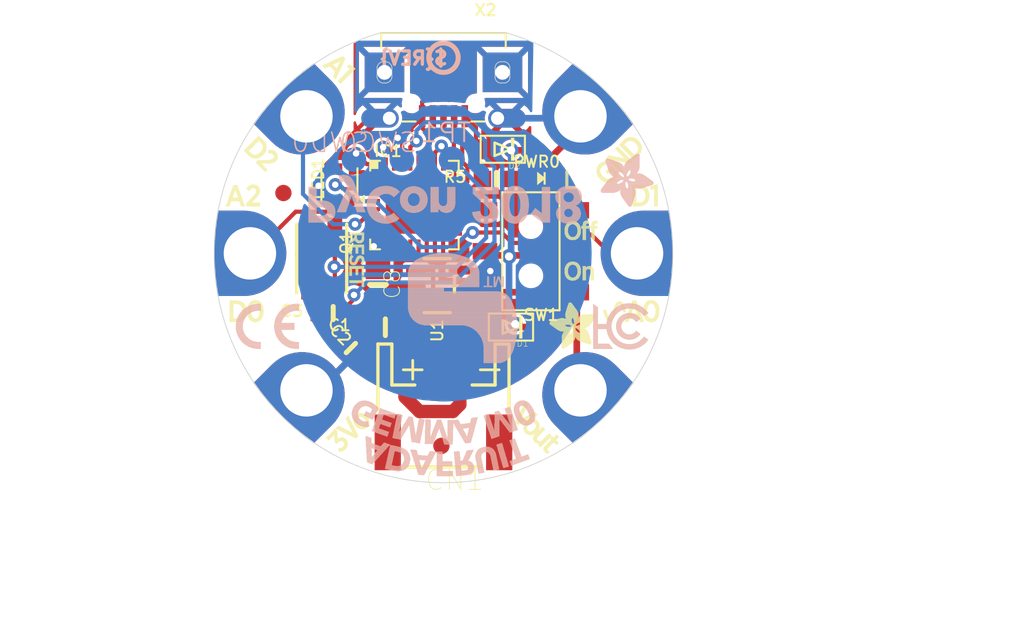
<source format=kicad_pcb>
(kicad_pcb (version 20221018) (generator pcbnew)
  (layers (0 "F.Cu" signal) (1 "In1.Cu" signal) (2 "In2.Cu" signal) (3 "In3.Cu" signal) (4 "In4.Cu" signal) (5 "In5.Cu" signal) (6 "In6.Cu" signal) (7 "In7.Cu" signal) (8 "In8.Cu" signal) (9 "In9.Cu" signal) (10 "In10.Cu" signal) (11 "In11.Cu" signal) (12 "In12.Cu" signal) (13 "In13.Cu" signal) (14 "In14.Cu" signal) (31 "B.Cu" signal) (34 "B.Paste" user) (35 "F.Paste" user) (36 "B.SilkS" user "B.Silkscreen") (37 "F.SilkS" user "F.Silkscreen") (38 "B.Mask" user) (39 "F.Mask" user) (44 "Edge.Cuts" user))
  (net 0 "")
  (net 1 "GND")
  (net 2 "VBUS")
  (net 3 "~{RESET}")
  (net 4 "VBAT")
  (net 5 "D-")
  (net 6 "D+")
  (net 7 "3.3V")
  (net 8 "SWCLK")
  (net 9 "SWDIO")
  (net 10 "D4")
  (net 11 "D3")
  (net 12 "D1_A0")
  (net 13 "VOUT")
  (net 14 "D0_SDA_TX")
  (net 15 "D2_SCL_RX")
  (net 16 "VDDCORE")
  (net 17 "VHIGH")
  (net 18 "D13")
  (net 19 "N$1")
  (footprint "working:SOD-123FL" (layer "F.Cu") (at 152.1206 98.387005 180)
    (fp_text reference "D2")
    (fp_text value "SCHOTTKY")
  )
  (footprint "working:SEWALLI" (layer "F.Cu") (at 137.1981 104.737005 90)
    (fp_text reference "B0" hide)
    (fp_text value "SEWTAP-ALLIGATOR" hide)
  )
  (footprint "working:SEWALLI" (layer "F.Cu") (at 156.5021 112.738005 -135)
    (fp_text reference "VBAT0" hide)
    (fp_text value "SEWTAP-ALLIGATOR" hide)
  )
  (footprint "working:GEMMA_M0_TOP" (layer "F.Cu") (at 134.5311 118.707005)
    (fp_text reference "U$8" hide)
    (fp_text value "" hide)
  )
  (footprint "working:0603-NO" (layer "F.Cu") (at 141.773294 108.379614 180)
    (fp_text reference "C3")
    (fp_text value "1uF")
  )
  (footprint "working:SEWALLI" (layer "F.Cu") (at 159.8041 104.737005 -90)
    (fp_text reference "B1" hide)
    (fp_text value "SEWTAP-ALLIGATOR" hide)
  )
  (footprint "working:EG1390" (layer "F.Cu") (at 153.8351 104.610005 90)
    (fp_text reference "SW1")
    (fp_text value "EG1218")
  )
  (footprint "working:BTN_KMR2_4.6X2.8" (layer "F.Cu") (at 141.0716 105.054505 -90)
    (fp_text reference "Q1")
    (fp_text value "reset")
  )
  (footprint "working:APA102_2020" (layer "F.Cu") (at 142.1511 100.546005 90)
    (fp_text reference "LED1")
    (fp_text value "AP102-2020")
  )
  (footprint "working:CHIPLED_0603_NOOUTLINE" (layer "F.Cu") (at 154.4701 100.165005 -90)
    (fp_text reference "PWR0")
    (fp_text value "red")
  )
  (footprint "working:SOD-123FL" (layer "F.Cu") (at 152.6191 109.236005 180)
    (fp_text reference "D1")
    (fp_text value "SCHOTTKY")
  )
  (footprint "working:SEWALLI" (layer "F.Cu") (at 140.5001 112.738005 135)
    (fp_text reference "UNK3V3" hide)
    (fp_text value "SEWTAP-ALLIGATOR" hide)
  )
  (footprint "working:FIDUCIAL_1MM" (layer "F.Cu") (at 138.7331 101.055505 90)
    (fp_text reference "U$1" hide)
    (fp_text value "FIDUCIAL_1MM" hide)
  )
  (footprint "working:JSTPH2" (layer "F.Cu") (at 148.5011 114.770005 180)
    (fp_text reference "CN1")
    (fp_text value "JST-PH")
  )
  (footprint "working:QFN32_5MM" (layer "F.Cu") (at 146.729485 101.789705)
    (fp_text reference "IC1")
    (fp_text value "ATSAMD21E")
  )
  (footprint "working:0805-NO" (layer "F.Cu") (at 144.5006 106.642005 -90)
    (fp_text reference "C8")
    (fp_text value "10uF")
  )
  (footprint "working:FIDUCIAL_1MM" (layer "F.Cu") (at 148.3741 116.487505)
    (fp_text reference "U$6" hide)
    (fp_text value "FIDUCIAL_1MM" hide)
  )
  (footprint "working:SOT23-5" (layer "F.Cu") (at 148.1201 106.705505 -90)
    (fp_text reference "U1")
    (fp_text value "AP2112K-3.3")
  )
  (footprint "working:SEWALLI" (layer "F.Cu") (at 156.5021 96.736005 -45)
    (fp_text reference "GND0" hide)
    (fp_text value "SEWTAP-ALLIGATOR" hide)
  )
  (footprint "working:0805-NO" (layer "F.Cu") (at 144.9546 109.245505 180)
    (fp_text reference "C1")
    (fp_text value "10uF")
  )
  (footprint "working:4UCONN_20329_V2" (layer "F.Cu") (at 148.5011 95.593005 180)
    (fp_text reference "X2")
    (fp_text value "MicroUSB")
    (fp_line (start -4.05 2.15) (end -4.05 1.6) (stroke (width 0.05)) (layer "Edge.Cuts"))
    (fp_line (start -3.7 1.25) (end -3.5 1.25) (stroke (width 0.05)) (layer "Edge.Cuts"))
    (fp_line (start -3.5 2.55) (end -3.7 2.55) (stroke (width 0.05)) (layer "Edge.Cuts"))
    (fp_line (start -3.15 1.6) (end -3.15 2.15) (stroke (width 0.05)) (layer "Edge.Cuts"))
    (fp_line (start 3.15 2.2) (end 3.15 1.6) (stroke (width 0.05)) (layer "Edge.Cuts"))
    (fp_line (start 4.05 1.6) (end 4.05 2.2) (stroke (width 0.05)) (layer "Edge.Cuts"))
    (fp_arc (start -4.05 1.6) (mid -3.947487 1.352513) (end -3.7 1.25) (stroke (width 0.05)) (layer "Edge.Cuts"))
    (fp_arc (start -3.7 2.55) (mid -3.957843 2.422487) (end -4.05 2.15) (stroke (width 0.05)) (layer "Edge.Cuts"))
    (fp_arc (start -3.5 1.25) (mid -3.252513 1.352513) (end -3.15 1.6) (stroke (width 0.05)) (layer "Edge.Cuts"))
    (fp_arc (start -3.15 2.15) (mid -3.242157 2.422487) (end -3.5 2.55) (stroke (width 0.05)) (layer "Edge.Cuts"))
    (fp_arc (start 3.15 1.6) (mid 3.302513 1.331802) (end 3.6 1.25) (stroke (width 0.05)) (layer "Edge.Cuts"))
    (fp_arc (start 3.6 1.25) (mid 3.897487 1.331802) (end 4.05 1.6) (stroke (width 0.05)) (layer "Edge.Cuts"))
    (fp_arc (start 3.6 2.55) (mid 3.302513 2.468198) (end 3.15 2.2) (stroke (width 0.05)) (layer "Edge.Cuts"))
    (fp_arc (start 4.05 2.2) (mid 3.897487 2.468198) (end 3.6 2.55) (stroke (width 0.05)) (layer "Edge.Cuts"))
  )
  (footprint "working:0603-NO" (layer "F.Cu") (at 151.731893 100.199015 180)
    (fp_text reference "R5")
    (fp_text value "1K")
  )
  (footprint "working:0603-NO" (layer "F.Cu") (at 142.8496 110.515505 135)
    (fp_text reference "C2")
    (fp_text value "1uF")
  )
  (footprint "working:SEWALLI" (layer "F.Cu") (at 140.5001 96.736005 45)
    (fp_text reference "B2" hide)
    (fp_text value "SEWTAP-ALLIGATOR" hide)
  )
  (footprint "working:TP16R" (layer "B.Cu") (at 149.0091 99.022005 180)
    (fp_text reference "TP1")
    (fp_text value "TPTP16R")
  )
  (footprint "working:GEMMA_M0_PYCON_BOTTOM" (layer "B.Cu") (at 134.5311 91.402005)
    (fp_text reference "U$2" hide)
    (fp_text value "" hide)
  )
  (footprint "working:TP15R" (layer "B.Cu") (at 145.9611 99.022005 180)
    (fp_text reference "SWC0")
    (fp_text value "TPTP15R")
  )
  (footprint "working:TP15R" (layer "B.Cu") (at 143.0401 99.022005 180)
    (fp_text reference "SWD0")
    (fp_text value "TPTP15R")
  )
  (footprint "working:PCBFEAT-REV-040" (layer "B.Cu") (at 148.5011 92.799005 180)
    (fp_text reference "U$10" hide)
    (fp_text value "" hide)
  )
  (gr_line (start 144.6911 91.275005) (end 152.3111 91.275005) (stroke (width 0.05)) (layer "Edge.Cuts"))
  (gr_arc (start 152.3111 91.275005) (mid 148.5011 118.732194) (end 144.6911 91.275005) (stroke (width 0.05)) (layer "Edge.Cuts"))
  (gr_text "-" (at 150.2791 112.611005) (layer "F.SilkS") (effects (font (size 1.50876 1.50876) (thickness 0.16764)) (justify left bottom)))
  (gr_text "+" (at 145.5801 112.611005) (layer "F.SilkS") (effects (font (size 1.50876 1.50876) (thickness 0.16764)) (justify left bottom)))
  (segment (start 145.479485 104.289705) (end 145.479485 104.826889) (width 0.254) (layer "F.Cu") (net 1))
  (segment (start 144.6911 112.801505) (end 146.1516 112.801505) (width 0.254) (layer "F.Cu") (net 1))
  (segment (start 151.8011 97.639005) (end 151.8011 96.493005) (width 0.254) (layer "F.Cu") (net 1))
  (segment (start 146.1516 113.500005) (end 146.1516 112.801505) (width 0.8128) (layer "F.Cu") (net 1))
  (segment (start 145.479485 104.289705) (end 145.479485 102.976205) (width 0.254) (layer "F.Cu") (net 1))
  (segment (start 147.1676 98.577505) (end 146.979485 98.765621) (width 0.254) (layer "F.Cu") (net 1))
  (segment (start 146.979485 99.289705) (end 146.979485 98.765621) (width 0.254) (layer "F.Cu") (net 1))
  (segment (start 145.479485 102.976205) (end 146.729485 101.726205) (width 0.254) (layer "F.Cu") (net 1))
  (segment (start 145.479485 104.826889) (end 145.8341 105.181505) (width 0.254) (layer "F.Cu") (net 1))
  (segment (start 147.4851 98.387005) (end 147.1676 98.577505) (width 0.254) (layer "F.Cu") (net 1))
  (segment (start 147.0406 114.389005) (end 146.1516 113.500005) (width 0.8128) (layer "F.Cu") (net 1))
  (segment (start 147.6121 97.942505) (end 147.4851 98.387005) (width 0.254) (layer "F.Cu") (net 1))
  (segment (start 147.2011 95.496005) (end 147.4851 95.212005) (width 0.254) (layer "F.Cu") (net 1))
  (segment (start 140.61621 108.379614) (end 140.923294 108.379614) (width 0.254) (layer "F.Cu") (net 1))
  (segment (start 144.2466 107.592005) (end 144.5006 107.592005) (width 0.254) (layer "F.Cu") (net 1))
  (segment (start 147.2011 96.368005) (end 147.2011 95.496005) (width 0.254) (layer "F.Cu") (net 1))
  (segment (start 154.9781 98.958505) (end 156.861309 97.075296) (width 0.4064) (layer "F.Cu") (net 1))
  (segment (start 149.0726 114.389005) (end 147.0406 114.389005) (width 0.8128) (layer "F.Cu") (net 1))
  (segment (start 147.2011 97.087005) (end 147.2011 96.368005) (width 0.254) (layer "F.Cu") (net 1))
  (segment (start 141.4011 99.264005) (end 141.4011 99.596005) (width 0.254) (layer "F.Cu") (net 1))
  (segment (start 147.6121 97.498005) (end 147.2011 97.087005) (width 0.254) (layer "F.Cu") (net 1))
  (segment (start 145.2011 96.611005) (end 145.2011 96.493005) (width 0.254) (layer "F.Cu") (net 1))
  (segment (start 145.5141 106.705505) (end 146.82 106.705505) (width 0.3048) (layer "F.Cu") (net 1))
  (segment (start 140.2716 108.035005) (end 140.61621 108.379614) (width 0.254) (layer "F.Cu") (net 1))
  (segment (start 140.2716 107.104505) (end 140.2716 108.035005) (width 0.254) (layer "F.Cu") (net 1))
  (segment (start 142.7226 97.688505) (end 143.9181 96.493005) (width 0.254) (layer "F.Cu") (net 1))
  (segment (start 151.8011 96.493005) (end 151.917309 96.376796) (width 0.254) (layer "F.Cu") (net 1))
  (segment (start 142.7226 97.942505) (end 142.7226 97.688505) (width 0.254) (layer "F.Cu") (net 1))
  (segment (start 141.4011 99.264005) (end 142.7226 97.942505) (width 0.254) (layer "F.Cu") (net 1))
  (segment (start 156.861309 97.075296) (end 156.861309 96.376796) (width 0.4064) (layer "F.Cu") (net 1))
  (segment (start 144.0046 107.834005) (end 144.2466 107.592005) (width 0.254) (layer "F.Cu") (net 1))
  (segment (start 149.5011 113.960505) (end 149.0726 114.389005) (width 0.8128) (layer "F.Cu") (net 1))
  (segment (start 147.6121 97.942505) (end 147.6121 97.498005) (width 0.254) (layer "F.Cu") (net 1))
  (segment (start 144.0046 109.245505) (end 144.0046 107.834005) (width 0.254) (layer "F.Cu") (net 1))
  (segment (start 146.729485 101.726205) (end 146.729485 101.789705) (width 0.254) (layer "F.Cu") (net 1))
  (segment (start 143.9181 96.493005) (end 145.2011 96.493005) (width 0.254) (layer "F.Cu") (net 1))
  (segment (start 146.979485 99.289705) (end 146.979485 101.476205) (width 0.254) (layer "F.Cu") (net 1))
  (segment (start 146.979485 101.476205) (end 146.729485 101.726205) (width 0.254) (layer "F.Cu") (net 1))
  (segment (start 146.1516 112.801505) (end 146.1516 112.357005) (width 0.8128) (layer "F.Cu") (net 1))
  (segment (start 149.5011 111.070005) (end 149.5011 113.960505) (width 0.8128) (layer "F.Cu") (net 1))
  (segment (start 156.7451 96.493005) (end 156.628946 96.493005) (width 0.4064) (layer "B.Cu") (net 1))
  (segment (start 156.861309 96.376796) (end 156.7451 96.493005) (width 0.4064) (layer "B.Cu") (net 1))
  (segment (start 156.861309 96.725368) (end 156.628946 96.493005) (width 0.4064) (layer "B.Cu") (net 1))
  (segment (start 156.628946 96.493005) (end 151.8011 96.493005) (width 0.4064) (layer "B.Cu") (net 1))
  (segment (start 149.8011 96.368005) (end 150.4831 97.050005) (width 0.254) (layer "F.Cu") (net 2))
  (segment (start 150.4831 97.050005) (end 150.4831 98.387005) (width 0.254) (layer "F.Cu") (net 2))
  (segment (start 141.8716 105.524505) (end 141.8716 103.004505) (width 0.254) (layer "F.Cu") (net 3))
  (segment (start 141.8336 105.562505) (end 141.8716 105.524505) (width 0.254) (layer "F.Cu") (net 3))
  (segment (start 141.8716 103.175005) (end 141.8716 103.004505) (width 0.254) (layer "F.Cu") (net 3))
  (segment (start 141.8716 105.600505) (end 141.8716 107.104505) (width 0.254) (layer "F.Cu") (net 3))
  (segment (start 141.8336 105.562505) (end 141.8716 105.600505) (width 0.254) (layer "F.Cu") (net 3))
  (segment (start 147.979485 99.289705) (end 147.979485 98.591121) (width 0.254) (layer "F.Cu") (net 3))
  (segment (start 147.979485 98.591121) (end 148.3741 98.196505) (width 0.254) (layer "F.Cu") (net 3))
  (via (at 148.3741 98.196505) (size 0.8001) (drill 0.3937) (layers "F.Cu" "B.Cu") (net 3))
  (via (at 141.8336 105.562505) (size 0.8001) (drill 0.3937) (layers "F.Cu" "B.Cu") (net 3))
  (segment (start 149.0091 99.022005) (end 149.0091 98.958505) (width 0.254) (layer "B.Cu") (net 3))
  (segment (start 148.9456 98.895005) (end 148.9456 98.768005) (width 0.254) (layer "B.Cu") (net 3))
  (segment (start 148.9456 98.895005) (end 149.0091 98.958505) (width 0.254) (layer "B.Cu") (net 3))
  (segment (start 148.9456 98.768005) (end 148.3741 98.196505) (width 0.254) (layer "B.Cu") (net 3))
  (segment (start 149.3266 105.562505) (end 141.8336 105.562505) (width 0.254) (layer "B.Cu") (net 3))
  (segment (start 151.1046 101.054005) (end 151.1046 103.784505) (width 0.254) (layer "B.Cu") (net 3))
  (segment (start 149.0091 98.958505) (end 151.1046 101.054005) (width 0.254) (layer "B.Cu") (net 3))
  (segment (start 151.1046 103.784505) (end 149.3266 105.562505) (width 0.254) (layer "B.Cu") (net 3))
  (segment (start 150.9816 109.122505) (end 150.9816 109.236005) (width 0.4064) (layer "F.Cu") (net 4))
  (segment (start 147.9296 108.356505) (end 147.5011 108.785005) (width 0.4064) (layer "F.Cu") (net 4))
  (segment (start 150.2156 108.356505) (end 150.9816 109.122505) (width 0.4064) (layer "F.Cu") (net 4))
  (segment (start 150.9816 109.236005) (end 150.9816 108.995505) (width 0.254) (layer "F.Cu") (net 4))
  (segment (start 147.4851 111.054005) (end 147.5011 111.070005) (width 0.254) (layer "F.Cu") (net 4))
  (segment (start 147.5011 108.785005) (end 147.5011 111.070005) (width 0.4064) (layer "F.Cu") (net 4))
  (segment (start 150.2156 108.356505) (end 147.9296 108.356505) (width 0.254) (layer "F.Cu") (net 4))
  (segment (start 149.1511 97.132005) (end 149.6441 97.625005) (width 0.254) (layer "F.Cu") (net 5))
  (segment (start 149.1511 97.132005) (end 149.1511 96.368005) (width 0.254) (layer "F.Cu") (net 5))
  (segment (start 149.9616 99.466505) (end 149.9616 100.355505) (width 0.254) (layer "F.Cu") (net 5))
  (segment (start 149.6441 99.149005) (end 149.9616 99.466505) (width 0.254) (layer "F.Cu") (net 5))
  (segment (start 149.7774 100.539705) (end 149.229484 100.539705) (width 0.254) (layer "F.Cu") (net 5))
  (segment (start 149.9616 100.355505) (end 149.7774 100.539705) (width 0.254) (layer "F.Cu") (net 5))
  (segment (start 149.6441 97.625005) (end 149.6441 99.149005) (width 0.254) (layer "F.Cu") (net 5))
  (segment (start 148.5011 97.180505) (end 149.1361 97.815505) (width 0.254) (layer "F.Cu") (net 6))
  (segment (start 148.5011 96.368005) (end 148.5011 97.180505) (width 0.254) (layer "F.Cu") (net 6))
  (segment (start 149.229484 99.976205) (end 149.1361 99.882821) (width 0.254) (layer "F.Cu") (net 6))
  (segment (start 149.1361 97.815505) (end 149.1361 99.882821) (width 0.254) (layer "F.Cu") (net 6))
  (segment (start 149.229484 100.039705) (end 149.229484 99.976205) (width 0.254) (layer "F.Cu") (net 6))
  (segment (start 145.979485 99.289705) (end 145.979485 97.96089) (width 0.254) (layer "F.Cu") (net 7))
  (segment (start 144.963985 104.305205) (end 144.2466 104.305205) (width 0.254) (layer "F.Cu") (net 7))
  (segment (start 149.4812 105.816505) (end 151.3586 105.816505) (width 0.4064) (layer "F.Cu") (net 7))
  (segment (start 149.4202 105.755505) (end 149.4812 105.816505) (width 0.4064) (layer "F.Cu") (net 7))
  (segment (start 144.5006 105.692005) (end 144.2466 105.438005) (width 0.254) (layer "F.Cu") (net 7))
  (segment (start 140.902891 113.097214) (end 140.140891 113.097214) (width 0.4064) (layer "F.Cu") (net 7))
  (segment (start 145.979485 97.96089) (end 145.7071 97.688505) (width 0.254) (layer "F.Cu") (net 7))
  (segment (start 140.8811 100.976005) (end 140.8811 100.609505) (width 0.254) (layer "F.Cu") (net 7))
  (segment (start 143.450644 111.116545) (end 142.88356 111.116545) (width 0.4064) (layer "F.Cu") (net 7))
  (segment (start 144.979485 104.289705) (end 144.963985 104.305205) (width 0.254) (layer "F.Cu") (net 7))
  (segment (start 142.88356 111.116545) (end 140.902891 113.097214) (width 0.4064) (layer "F.Cu") (net 7))
  (segment (start 144.2466 105.438005) (end 144.2466 104.305205) (width 0.254) (layer "F.Cu") (net 7))
  (segment (start 141.4011 101.496005) (end 140.8811 100.976005) (width 0.254) (layer "F.Cu") (net 7))
  (segment (start 144.3101 104.368705) (end 144.2466 104.305205) (width 0.254) (layer "F.Cu") (net 7))
  (via (at 144.2466 104.305205) (size 0.8001) (drill 0.3937) (layers "F.Cu" "B.Cu") (net 7))
  (via (at 140.8811 100.609505) (size 0.8001) (drill 0.3937) (layers "F.Cu" "B.Cu") (net 7))
  (via (at 151.3586 105.816505) (size 0.8001) (drill 0.3937) (layers "F.Cu" "B.Cu") (net 7))
  (via (at 145.7071 97.688505) (size 0.8001) (drill 0.3937) (layers "F.Cu" "B.Cu") (net 7))
  (segment (start 140.140891 113.097214) (end 140.902891 113.097214) (width 0.254) (layer "B.Cu") (net 7))
  (segment (start 140.902891 113.097214) (end 143.8021 110.198005) (width 0.4064) (layer "B.Cu") (net 7))
  (segment (start 145.479485 98.60389) (end 145.479485 99.289705) (width 0.254) (layer "F.Cu") (net 8))
  (segment (start 145.1356 98.260005) (end 144.8181 98.260005) (width 0.254) (layer "F.Cu") (net 8))
  (segment (start 145.1356 98.260005) (end 145.479485 98.60389) (width 0.254) (layer "F.Cu") (net 8))
  (via (at 144.8181 98.260005) (size 0.8001) (drill 0.3937) (layers "F.Cu" "B.Cu") (net 8))
  (segment (start 145.5801 99.022005) (end 144.8181 98.260005) (width 0.254) (layer "B.Cu") (net 8))
  (segment (start 145.9611 99.022005) (end 145.5801 99.022005) (width 0.254) (layer "B.Cu") (net 8))
  (segment (start 143.8158 99.289705) (end 143.1671 98.641005) (width 0.254) (layer "F.Cu") (net 9))
  (segment (start 144.979485 99.289705) (end 143.8158 99.289705) (width 0.254) (layer "F.Cu") (net 9))
  (via (at 143.1671 98.641005) (size 0.8001) (drill 0.3937) (layers "F.Cu" "B.Cu") (net 9))
  (segment (start 143.0401 98.768005) (end 143.1671 98.641005) (width 0.254) (layer "B.Cu") (net 9))
  (segment (start 143.0401 99.022005) (end 143.0401 98.768005) (width 0.254) (layer "B.Cu") (net 9))
  (segment (start 142.2781 99.847505) (end 142.1511 99.720505) (width 0.2032) (layer "F.Cu") (net 10))
  (segment (start 142.5956 100.292005) (end 143.3576 100.292005) (width 0.2032) (layer "F.Cu") (net 10))
  (segment (start 143.6053 100.539705) (end 144.229485 100.539705) (width 0.2032) (layer "F.Cu") (net 10))
  (segment (start 142.1511 99.720505) (end 142.1511 99.596005) (width 0.2032) (layer "F.Cu") (net 10))
  (segment (start 142.2781 99.847505) (end 142.5956 100.292005) (width 0.2032) (layer "F.Cu") (net 10))
  (segment (start 143.3576 100.292005) (end 143.6053 100.539705) (width 0.2032) (layer "F.Cu") (net 10))
  (segment (start 144.1848 100.039705) (end 143.8673 100.039705) (width 0.254) (layer "F.Cu") (net 11))
  (segment (start 143.0891 99.784005) (end 142.9011 99.596005) (width 0.254) (layer "F.Cu") (net 11))
  (segment (start 144.1848 100.039705) (end 144.229485 100.039705) (width 0.2032) (layer "F.Cu") (net 11))
  (segment (start 143.8673 100.039705) (end 143.6116 99.784005) (width 0.254) (layer "F.Cu") (net 11))
  (segment (start 143.6116 99.784005) (end 143.0891 99.784005) (width 0.254) (layer "F.Cu") (net 11))
  (segment (start 142.3416 100.800005) (end 143.1671 100.800005) (width 0.2032) (layer "F.Cu") (net 12))
  (segment (start 155.4861 103.594005) (end 154.9781 104.102005) (width 0.254) (layer "F.Cu") (net 12))
  (segment (start 144.229485 101.039705) (end 143.4068 101.039705) (width 0.2032) (layer "F.Cu") (net 12))
  (segment (start 143.1671 100.800005) (end 143.4068 101.039705) (width 0.2032) (layer "F.Cu") (net 12))
  (segment (start 154.9781 104.102005) (end 152.6921 104.102005) (width 0.254) (layer "F.Cu") (net 12))
  (segment (start 158.6611 104.737005) (end 157.5181 103.594005) (width 0.254) (layer "F.Cu") (net 12))
  (segment (start 157.5181 103.594005) (end 155.4861 103.594005) (width 0.254) (layer "F.Cu") (net 12))
  (segment (start 160.3121 104.737005) (end 158.6611 104.737005) (width 0.254) (layer "F.Cu") (net 12))
  (segment (start 142.0876 100.546005) (end 142.3416 100.800005) (width 0.2032) (layer "F.Cu") (net 12))
  (segment (start 142.0876 100.546005) (end 141.8971 100.546005) (width 0.2032) (layer "F.Cu") (net 12))
  (segment (start 152.0571 103.467005) (end 150.2791 103.467005) (width 0.254) (layer "F.Cu") (net 12))
  (segment (start 152.6921 104.102005) (end 152.0571 103.467005) (width 0.254) (layer "F.Cu") (net 12))
  (via (at 141.8971 100.546005) (size 0.8001) (drill 0.3937) (layers "F.Cu" "B.Cu") (net 12))
  (via (at 150.2791 103.467005) (size 0.8001) (drill 0.3937) (layers "F.Cu" "B.Cu") (net 12))
  (segment (start 142.1511 100.546005) (end 141.8971 100.546005) (width 0.254) (layer "B.Cu") (net 12))
  (segment (start 147.1041 104.292505) (end 144.3736 101.562005) (width 0.254) (layer "B.Cu") (net 12))
  (segment (start 144.3736 101.562005) (end 143.1671 101.562005) (width 0.254) (layer "B.Cu") (net 12))
  (segment (start 143.1671 101.562005) (end 142.1511 100.546005) (width 0.254) (layer "B.Cu") (net 12))
  (segment (start 149.1361 104.356005) (end 150.0251 103.467005) (width 0.254) (layer "B.Cu") (net 12))
  (segment (start 147.1041 104.356005) (end 149.1361 104.356005) (width 0.254) (layer "B.Cu") (net 12))
  (segment (start 150.0251 103.467005) (end 150.2791 103.467005) (width 0.254) (layer "B.Cu") (net 12))
  (segment (start 147.1041 104.356005) (end 147.1041 104.292505) (width 0.254) (layer "B.Cu") (net 12))
  (segment (start 150.8846 106.959505) (end 147.8661 106.959505) (width 0.254) (layer "F.Cu") (net 13))
  (segment (start 145.9046 108.570905) (end 146.82 107.655505) (width 0.4064) (layer "F.Cu") (net 13))
  (segment (start 145.9046 109.245505) (end 145.9046 108.570905) (width 0.4064) (layer "F.Cu") (net 13))
  (segment (start 151.0351 107.110005) (end 150.8846 106.959505) (width 0.254) (layer "F.Cu") (net 13))
  (segment (start 147.8661 105.755505) (end 147.8661 106.959505) (width 0.254) (layer "F.Cu") (net 13))
  (segment (start 156.6351 112.871005) (end 156.6351 107.110005) (width 0.4064) (layer "F.Cu") (net 13))
  (segment (start 146.82 105.755505) (end 147.8661 105.755505) (width 0.254) (layer "F.Cu") (net 13))
  (segment (start 156.861309 113.097214) (end 156.6351 112.871005) (width 0.4064) (layer "F.Cu") (net 13))
  (segment (start 147.8661 106.959505) (end 147.8661 107.658005) (width 0.254) (layer "F.Cu") (net 13))
  (segment (start 146.82 107.658005) (end 146.82 107.655505) (width 0.254) (layer "F.Cu") (net 13))
  (segment (start 147.8661 107.658005) (end 146.82 107.658005) (width 0.254) (layer "F.Cu") (net 13))
  (segment (start 151.0351 107.110005) (end 156.6351 107.110005) (width 0.4064) (layer "F.Cu") (net 13))
  (segment (start 144.229485 102.039705) (end 143.3879 102.039705) (width 0.254) (layer "F.Cu") (net 14))
  (segment (start 143.3879 102.039705) (end 143.2306 102.197005) (width 0.254) (layer "F.Cu") (net 14))
  (segment (start 143.2306 102.197005) (end 139.4841 102.197005) (width 0.254) (layer "F.Cu") (net 14))
  (segment (start 139.4841 102.197005) (end 136.9441 104.737005) (width 0.254) (layer "F.Cu") (net 14))
  (segment (start 136.9441 104.737005) (end 136.6901 104.737005) (width 0.254) (layer "F.Cu") (net 14))
  (segment (start 143.2941 102.959005) (end 143.1036 102.959005) (width 0.254) (layer "F.Cu") (net 15))
  (segment (start 144.229485 102.539705) (end 143.7134 102.539705) (width 0.254) (layer "F.Cu") (net 15))
  (segment (start 143.7134 102.539705) (end 143.2941 102.959005) (width 0.254) (layer "F.Cu") (net 15))
  (via (at 143.1036 102.959005) (size 0.8001) (drill 0.3937) (layers "F.Cu" "B.Cu") (net 15))
  (segment (start 139.9286 101.117505) (end 139.9286 98.514005) (width 0.254) (layer "B.Cu") (net 15))
  (segment (start 139.9286 101.117505) (end 141.7701 102.959005) (width 0.254) (layer "B.Cu") (net 15))
  (segment (start 139.9286 98.514005) (end 140.140891 98.301715) (width 0.254) (layer "B.Cu") (net 15))
  (segment (start 140.140891 98.301715) (end 140.140891 96.376796) (width 0.254) (layer "B.Cu") (net 15))
  (segment (start 140.1191 96.398587) (end 140.140891 96.376796) (width 0.254) (layer "B.Cu") (net 15))
  (segment (start 140.1826 96.418505) (end 140.140891 96.376796) (width 0.254) (layer "B.Cu") (net 15))
  (segment (start 141.7701 102.959005) (end 143.1036 102.959005) (width 0.254) (layer "B.Cu") (net 15))
  (segment (start 143.0401 107.531005) (end 143.0401 107.277005) (width 0.254) (layer "F.Cu") (net 16))
  (segment (start 143.0401 107.531005) (end 142.623294 107.947811) (width 0.254) (layer "F.Cu") (net 16))
  (segment (start 142.623294 107.947811) (end 142.623294 108.379614) (width 0.254) (layer "F.Cu") (net 16))
  (segment (start 146.479485 99.289705) (end 146.479485 98.249621) (width 0.254) (layer "F.Cu") (net 16))
  (segment (start 146.479485 98.249621) (end 146.8501 97.879005) (width 0.254) (layer "F.Cu") (net 16))
  (via (at 143.0401 107.277005) (size 0.8001) (drill 0.3937) (layers "F.Cu" "B.Cu") (net 16))
  (via (at 146.8501 97.879005) (size 0.8001) (drill 0.3937) (layers "F.Cu" "B.Cu") (net 16))
  (segment (start 151.0411 98.895005) (end 151.6126 99.466505) (width 0.254) (layer "B.Cu") (net 16))
  (segment (start 151.0411 97.879005) (end 151.0411 98.895005) (width 0.254) (layer "B.Cu") (net 16))
  (segment (start 149.8981 96.736005) (end 147.3581 96.736005) (width 0.254) (layer "B.Cu") (net 16))
  (segment (start 147.3581 96.736005) (end 146.8501 97.244005) (width 0.254) (layer "B.Cu") (net 16))
  (segment (start 151.6126 99.466505) (end 151.6126 104.038505) (width 0.254) (layer "B.Cu") (net 16))
  (segment (start 149.1361 106.515005) (end 151.6126 104.038505) (width 0.254) (layer "B.Cu") (net 16))
  (segment (start 149.1361 106.515005) (end 143.8021 106.515005) (width 0.254) (layer "B.Cu") (net 16))
  (segment (start 149.8981 96.736005) (end 151.0411 97.879005) (width 0.254) (layer "B.Cu") (net 16))
  (segment (start 146.8501 97.244005) (end 146.8501 97.879005) (width 0.254) (layer "B.Cu") (net 16))
  (segment (start 143.8021 106.515005) (end 143.0401 107.277005) (width 0.254) (layer "B.Cu") (net 16))
  (segment (start 154.2566 109.236005) (end 153.0636 109.236005) (width 0.4064) (layer "F.Cu") (net 17))
  (segment (start 156.1211 104.610005) (end 155.8671 104.864005) (width 0.4064) (layer "F.Cu") (net 17))
  (segment (start 153.7581 98.387005) (end 153.6946 98.450505) (width 0.4064) (layer "F.Cu") (net 17))
  (segment (start 153.0636 109.236005) (end 152.8826 109.055005) (width 0.4064) (layer "F.Cu") (net 17))
  (segment (start 152.5651 104.864005) (end 151.2891 104.864005) (width 0.4064) (layer "F.Cu") (net 17))
  (segment (start 156.6351 104.610005) (end 156.1211 104.610005) (width 0.4064) (layer "F.Cu") (net 17))
  (segment (start 151.2891 104.864005) (end 151.0351 104.610005) (width 0.4064) (layer "F.Cu") (net 17))
  (segment (start 155.8671 104.864005) (end 152.5651 104.864005) (width 0.4064) (layer "F.Cu") (net 17))
  (segment (start 152.5016 104.927505) (end 152.5651 104.864005) (width 0.4064) (layer "F.Cu") (net 17))
  (segment (start 153.6946 98.450505) (end 152.6286 98.450505) (width 0.4064) (layer "F.Cu") (net 17))
  (via (at 152.8826 109.055005) (size 0.9064) (drill 0.5) (layers "F.Cu" "B.Cu") (net 17))
  (via (at 152.6286 98.450505) (size 0.9064) (drill 0.5) (layers "F.Cu" "B.Cu") (net 17))
  (via (at 152.5016 104.927505) (size 0.9064) (drill 0.5) (layers "F.Cu" "B.Cu") (net 17))
  (segment (start 152.6286 104.800505) (end 152.5016 104.927505) (width 0.4064) (layer "B.Cu") (net 17))
  (segment (start 152.5016 108.674005) (end 152.5016 104.927505) (width 0.4064) (layer "B.Cu") (net 17))
  (segment (start 152.6286 98.450505) (end 152.6286 104.800505) (width 0.4064) (layer "B.Cu") (net 17))
  (segment (start 152.5016 108.674005) (end 152.8826 109.055005) (width 0.4064) (layer "B.Cu") (net 17))
  (segment (start 150.788903 100.292005) (end 150.881893 100.199015) (width 0.254) (layer "F.Cu") (net 18))
  (segment (start 149.9879 101.039705) (end 150.7356 100.292005) (width 0.254) (layer "F.Cu") (net 18))
  (segment (start 150.7356 100.292005) (end 150.788903 100.292005) (width 0.254) (layer "F.Cu") (net 18))
  (segment (start 149.229484 101.039705) (end 149.9879 101.039705) (width 0.254) (layer "F.Cu") (net 18))
  (segment (start 152.581893 100.199015) (end 153.68609 100.199015) (width 0.254) (layer "F.Cu") (net 19))
  (segment (start 153.68609 100.199015) (end 153.7201 100.165005) (width 0.254) (layer "F.Cu") (net 19))
  (zone (net 1) (net_name "GND") (layer "F.Cu") (priority 6) (connect_pads (clearance 0.000001)) (min_thickness 0.1524) (fill yes (thermal_gap 0.3548) (thermal_bridge_width 0.3548))
    (polygon (pts (xy 149.118181 95.715597) (xy 149.732386 95.778738) (xy 150.340849 95.883648) (xy 150.940734 96.029836) (xy 151.529245 96.216621) (xy 152.103638 96.443132) (xy 152.661233 96.708312) (xy 153.199432 97.010927) (xy 153.715725 97.349564) (xy 154.207706 97.722645) (xy 154.673079 98.128429) (xy 155.109676 98.565026) (xy 155.51546 99.030399) (xy 155.888541 99.52238) (xy 156.227178 100.038673) (xy 156.529793 100.576872) (xy 156.794973 101.134467) (xy 157.021484 101.70886) (xy 157.208269 102.297371) (xy 157.354457 102.897256) (xy 157.459367 103.505719) (xy 157.522508 104.119924) (xy 157.543589 104.737005) (xy 157.522508 105.354086) (xy 157.459367 105.968291) (xy 157.354457 106.576754) (xy 157.208269 107.176639) (xy 157.021484 107.76515) (xy 156.794973 108.339543) (xy 156.529793 108.897138) (xy 156.227178 109.435337) (xy 155.888541 109.95163) (xy 155.51546 110.443611) (xy 155.109676 110.908984) (xy 154.673079 111.345581) (xy 154.207706 111.751365) (xy 153.715725 112.124446) (xy 153.199432 112.463083) (xy 152.661233 112.765698) (xy 152.103638 113.030878) (xy 151.529245 113.257389) (xy 150.940734 113.444174) (xy 150.340849 113.590362) (xy 149.732386 113.695272) (xy 149.118181 113.758413) (xy 148.498495 113.779583) (xy 147.272383 113.695715) (xy 146.661351 113.590362) (xy 146.061466 113.444174) (xy 145.472955 113.257389) (xy 144.898562 113.030878) (xy 144.340967 112.765698) (xy 143.802768 112.463083) (xy 143.286475 112.124446) (xy 142.794494 111.751365) (xy 142.329121 111.345581) (xy 141.892524 110.908984) (xy 141.48674 110.443611) (xy 141.113659 109.95163) (xy 140.775022 109.435337) (xy 140.472407 108.897138) (xy 140.207227 108.339543) (xy 139.980716 107.76515) (xy 139.793931 107.176639) (xy 139.647743 106.576754) (xy 139.542833 105.968291) (xy 139.479692 105.354086) (xy 139.458522 104.7344) (xy 139.54239 103.508288) (xy 139.647743 102.897256) (xy 139.793931 102.297371) (xy 139.980716 101.70886) (xy 140.207227 101.134467) (xy 140.472407 100.576872) (xy 140.775022 100.038673) (xy 141.113659 99.52238) (xy 141.48674 99.030399) (xy 141.892524 98.565026) (xy 142.329121 98.128429) (xy 142.794494 97.722645) (xy 143.286475 97.349564) (xy 143.802768 97.010927) (xy 144.340967 96.708312) (xy 144.898562 96.443132) (xy 145.472955 96.216621) (xy 146.061466 96.029836) (xy 146.661351 95.883648) (xy 147.269814 95.778738) (xy 147.884019 95.715597) (xy 148.5011 95.694516)))
  )
  (zone (net 1) (net_name "GND") (layer "F.Cu") (priority 6) (connect_pads (clearance 0.000001)) (min_thickness 0.1524) (fill yes (thermal_gap 0.3548) (thermal_bridge_width 0.3548))
    (polygon (pts (xy 153.8605 99.936405) (xy 143.0147 99.936405) (xy 143.0147 91.884605) (xy 153.8605 91.884605)))
  )
  (zone (net 1) (net_name "GND") (layer "B.Cu") (priority 4) (connect_pads (clearance 0.000001)) (min_thickness 0.1524) (fill yes (thermal_gap 0.3548) (thermal_bridge_width 0.3548))
    (polygon (pts (xy 153.858062 99.936405) (xy 143.012222 99.936405) (xy 143.144138 91.757605) (xy 153.989978 91.757605)))
  )
  (zone (net 7) (net_name "3.3V") (layer "B.Cu") (priority 6) (connect_pads (clearance 0.000001)) (min_thickness 0.1524) (fill yes (thermal_gap 0.3548) (thermal_bridge_width 0.3548))
    (polygon (pts (xy 149.118181 95.715597) (xy 149.732386 95.778738) (xy 150.340849 95.883648) (xy 150.940734 96.029836) (xy 151.529245 96.216621) (xy 152.103638 96.443132) (xy 152.661233 96.708312) (xy 153.199432 97.010927) (xy 153.715725 97.349564) (xy 154.207706 97.722645) (xy 154.673079 98.128429) (xy 155.109676 98.565026) (xy 155.51546 99.030399) (xy 155.888541 99.52238) (xy 156.227178 100.038673) (xy 156.529793 100.576872) (xy 156.794973 101.134467) (xy 157.021484 101.70886) (xy 157.208269 102.297371) (xy 157.354457 102.897256) (xy 157.459367 103.505719) (xy 157.522508 104.119924) (xy 157.543589 104.737005) (xy 157.522508 105.354086) (xy 157.459367 105.968291) (xy 157.354457 106.576754) (xy 157.208269 107.176639) (xy 157.021484 107.76515) (xy 156.794973 108.339543) (xy 156.529793 108.897138) (xy 156.227178 109.435337) (xy 155.888541 109.95163) (xy 155.51546 110.443611) (xy 155.109676 110.908984) (xy 154.673079 111.345581) (xy 154.207706 111.751365) (xy 153.715725 112.124446) (xy 153.199432 112.463083) (xy 152.661233 112.765698) (xy 152.103638 113.030878) (xy 151.529245 113.257389) (xy 150.940734 113.444174) (xy 150.340849 113.590362) (xy 149.732386 113.695272) (xy 149.118181 113.758413) (xy 148.498495 113.779583) (xy 147.272383 113.695715) (xy 146.661351 113.590362) (xy 146.061466 113.444174) (xy 145.472955 113.257389) (xy 144.898562 113.030878) (xy 144.340967 112.765698) (xy 143.802768 112.463083) (xy 143.286475 112.124446) (xy 142.794494 111.751365) (xy 142.329121 111.345581) (xy 141.892524 110.908984) (xy 141.48674 110.443611) (xy 141.113659 109.95163) (xy 140.775022 109.435337) (xy 140.472407 108.897138) (xy 140.207227 108.339543) (xy 139.980716 107.76515) (xy 139.793931 107.176639) (xy 139.647743 106.576754) (xy 139.542833 105.968291) (xy 139.479692 105.354086) (xy 139.458522 104.7344) (xy 139.54239 103.508288) (xy 139.647743 102.897256) (xy 139.793931 102.297371) (xy 139.980716 101.70886) (xy 140.207227 101.134467) (xy 140.472407 100.576872) (xy 140.775022 100.038673) (xy 141.113659 99.52238) (xy 141.48674 99.030399) (xy 141.892524 98.565026) (xy 142.329121 98.128429) (xy 142.794494 97.722645) (xy 143.286475 97.349564) (xy 143.802768 97.010927) (xy 144.340967 96.708312) (xy 144.898562 96.443132) (xy 145.472955 96.216621) (xy 146.061466 96.029836) (xy 146.661351 95.883648) (xy 147.269814 95.778738) (xy 147.884019 95.715597) (xy 148.5011 95.694516)))
  )
)
</source>
